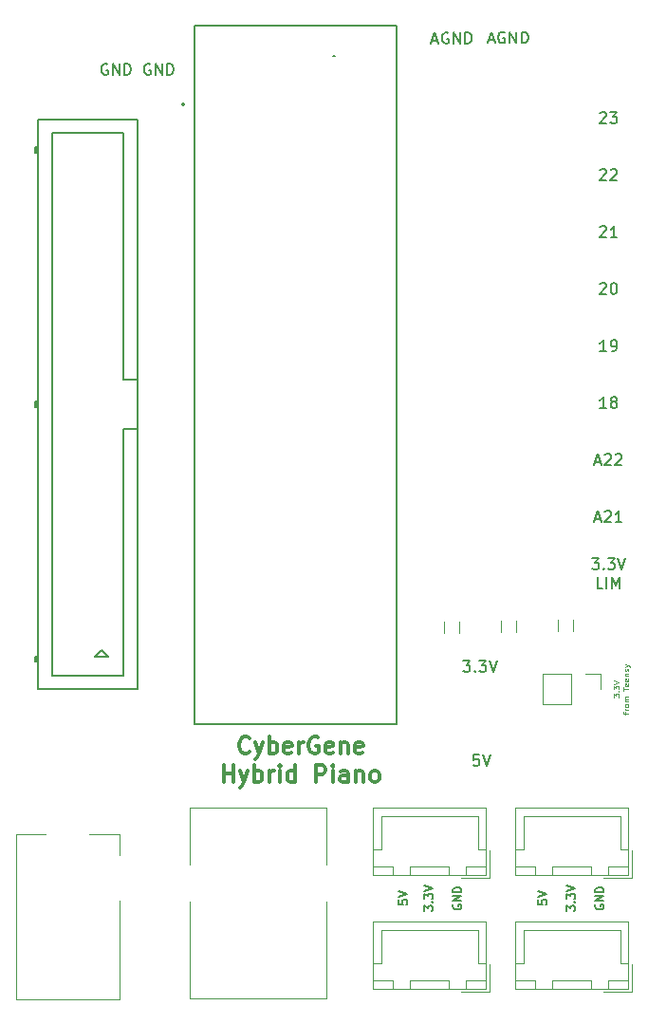
<source format=gbr>
G04 #@! TF.GenerationSoftware,KiCad,Pcbnew,(5.0.2-4-g3082e92af)*
G04 #@! TF.CreationDate,2019-02-05T21:12:24+02:00*
G04 #@! TF.ProjectId,My Piano Controller 6 (Full SMD),4d792050-6961-46e6-9f20-436f6e74726f,rev?*
G04 #@! TF.SameCoordinates,Original*
G04 #@! TF.FileFunction,Legend,Top*
G04 #@! TF.FilePolarity,Positive*
%FSLAX46Y46*%
G04 Gerber Fmt 4.6, Leading zero omitted, Abs format (unit mm)*
G04 Created by KiCad (PCBNEW (5.0.2-4-g3082e92af)) date 2019 February 05, Tuesday 21:12:24*
%MOMM*%
%LPD*%
G01*
G04 APERTURE LIST*
%ADD10C,0.300000*%
%ADD11C,0.200000*%
%ADD12C,0.150000*%
%ADD13C,0.100000*%
%ADD14C,0.127000*%
%ADD15C,0.152400*%
%ADD16C,0.120000*%
G04 APERTURE END LIST*
D10*
X130012857Y-98955714D02*
X129941428Y-99027142D01*
X129727142Y-99098571D01*
X129584285Y-99098571D01*
X129370000Y-99027142D01*
X129227142Y-98884285D01*
X129155714Y-98741428D01*
X129084285Y-98455714D01*
X129084285Y-98241428D01*
X129155714Y-97955714D01*
X129227142Y-97812857D01*
X129370000Y-97670000D01*
X129584285Y-97598571D01*
X129727142Y-97598571D01*
X129941428Y-97670000D01*
X130012857Y-97741428D01*
X130512857Y-98098571D02*
X130870000Y-99098571D01*
X131227142Y-98098571D02*
X130870000Y-99098571D01*
X130727142Y-99455714D01*
X130655714Y-99527142D01*
X130512857Y-99598571D01*
X131798571Y-99098571D02*
X131798571Y-97598571D01*
X131798571Y-98170000D02*
X131941428Y-98098571D01*
X132227142Y-98098571D01*
X132370000Y-98170000D01*
X132441428Y-98241428D01*
X132512857Y-98384285D01*
X132512857Y-98812857D01*
X132441428Y-98955714D01*
X132370000Y-99027142D01*
X132227142Y-99098571D01*
X131941428Y-99098571D01*
X131798571Y-99027142D01*
X133727142Y-99027142D02*
X133584285Y-99098571D01*
X133298571Y-99098571D01*
X133155714Y-99027142D01*
X133084285Y-98884285D01*
X133084285Y-98312857D01*
X133155714Y-98170000D01*
X133298571Y-98098571D01*
X133584285Y-98098571D01*
X133727142Y-98170000D01*
X133798571Y-98312857D01*
X133798571Y-98455714D01*
X133084285Y-98598571D01*
X134441428Y-99098571D02*
X134441428Y-98098571D01*
X134441428Y-98384285D02*
X134512857Y-98241428D01*
X134584285Y-98170000D01*
X134727142Y-98098571D01*
X134870000Y-98098571D01*
X136155714Y-97670000D02*
X136012857Y-97598571D01*
X135798571Y-97598571D01*
X135584285Y-97670000D01*
X135441428Y-97812857D01*
X135370000Y-97955714D01*
X135298571Y-98241428D01*
X135298571Y-98455714D01*
X135370000Y-98741428D01*
X135441428Y-98884285D01*
X135584285Y-99027142D01*
X135798571Y-99098571D01*
X135941428Y-99098571D01*
X136155714Y-99027142D01*
X136227142Y-98955714D01*
X136227142Y-98455714D01*
X135941428Y-98455714D01*
X137441428Y-99027142D02*
X137298571Y-99098571D01*
X137012857Y-99098571D01*
X136870000Y-99027142D01*
X136798571Y-98884285D01*
X136798571Y-98312857D01*
X136870000Y-98170000D01*
X137012857Y-98098571D01*
X137298571Y-98098571D01*
X137441428Y-98170000D01*
X137512857Y-98312857D01*
X137512857Y-98455714D01*
X136798571Y-98598571D01*
X138155714Y-98098571D02*
X138155714Y-99098571D01*
X138155714Y-98241428D02*
X138227142Y-98170000D01*
X138370000Y-98098571D01*
X138584285Y-98098571D01*
X138727142Y-98170000D01*
X138798571Y-98312857D01*
X138798571Y-99098571D01*
X140084285Y-99027142D02*
X139941428Y-99098571D01*
X139655714Y-99098571D01*
X139512857Y-99027142D01*
X139441428Y-98884285D01*
X139441428Y-98312857D01*
X139512857Y-98170000D01*
X139655714Y-98098571D01*
X139941428Y-98098571D01*
X140084285Y-98170000D01*
X140155714Y-98312857D01*
X140155714Y-98455714D01*
X139441428Y-98598571D01*
X127727142Y-101648571D02*
X127727142Y-100148571D01*
X127727142Y-100862857D02*
X128584285Y-100862857D01*
X128584285Y-101648571D02*
X128584285Y-100148571D01*
X129155714Y-100648571D02*
X129512857Y-101648571D01*
X129870000Y-100648571D02*
X129512857Y-101648571D01*
X129370000Y-102005714D01*
X129298571Y-102077142D01*
X129155714Y-102148571D01*
X130441428Y-101648571D02*
X130441428Y-100148571D01*
X130441428Y-100720000D02*
X130584285Y-100648571D01*
X130870000Y-100648571D01*
X131012857Y-100720000D01*
X131084285Y-100791428D01*
X131155714Y-100934285D01*
X131155714Y-101362857D01*
X131084285Y-101505714D01*
X131012857Y-101577142D01*
X130870000Y-101648571D01*
X130584285Y-101648571D01*
X130441428Y-101577142D01*
X131798571Y-101648571D02*
X131798571Y-100648571D01*
X131798571Y-100934285D02*
X131870000Y-100791428D01*
X131941428Y-100720000D01*
X132084285Y-100648571D01*
X132227142Y-100648571D01*
X132727142Y-101648571D02*
X132727142Y-100648571D01*
X132727142Y-100148571D02*
X132655714Y-100220000D01*
X132727142Y-100291428D01*
X132798571Y-100220000D01*
X132727142Y-100148571D01*
X132727142Y-100291428D01*
X134084285Y-101648571D02*
X134084285Y-100148571D01*
X134084285Y-101577142D02*
X133941428Y-101648571D01*
X133655714Y-101648571D01*
X133512857Y-101577142D01*
X133441428Y-101505714D01*
X133370000Y-101362857D01*
X133370000Y-100934285D01*
X133441428Y-100791428D01*
X133512857Y-100720000D01*
X133655714Y-100648571D01*
X133941428Y-100648571D01*
X134084285Y-100720000D01*
X135941428Y-101648571D02*
X135941428Y-100148571D01*
X136512857Y-100148571D01*
X136655714Y-100220000D01*
X136727142Y-100291428D01*
X136798571Y-100434285D01*
X136798571Y-100648571D01*
X136727142Y-100791428D01*
X136655714Y-100862857D01*
X136512857Y-100934285D01*
X135941428Y-100934285D01*
X137441428Y-101648571D02*
X137441428Y-100648571D01*
X137441428Y-100148571D02*
X137370000Y-100220000D01*
X137441428Y-100291428D01*
X137512857Y-100220000D01*
X137441428Y-100148571D01*
X137441428Y-100291428D01*
X138798571Y-101648571D02*
X138798571Y-100862857D01*
X138727142Y-100720000D01*
X138584285Y-100648571D01*
X138298571Y-100648571D01*
X138155714Y-100720000D01*
X138798571Y-101577142D02*
X138655714Y-101648571D01*
X138298571Y-101648571D01*
X138155714Y-101577142D01*
X138084285Y-101434285D01*
X138084285Y-101291428D01*
X138155714Y-101148571D01*
X138298571Y-101077142D01*
X138655714Y-101077142D01*
X138798571Y-101005714D01*
X139512857Y-100648571D02*
X139512857Y-101648571D01*
X139512857Y-100791428D02*
X139584285Y-100720000D01*
X139727142Y-100648571D01*
X139941428Y-100648571D01*
X140084285Y-100720000D01*
X140155714Y-100862857D01*
X140155714Y-101648571D01*
X141084285Y-101648571D02*
X140941428Y-101577142D01*
X140870000Y-101505714D01*
X140798571Y-101362857D01*
X140798571Y-100934285D01*
X140870000Y-100791428D01*
X140941428Y-100720000D01*
X141084285Y-100648571D01*
X141298571Y-100648571D01*
X141441428Y-100720000D01*
X141512857Y-100791428D01*
X141584285Y-100934285D01*
X141584285Y-101362857D01*
X141512857Y-101505714D01*
X141441428Y-101577142D01*
X141298571Y-101648571D01*
X141084285Y-101648571D01*
D11*
X151349295Y-35421866D02*
X151825485Y-35421866D01*
X151254057Y-35707580D02*
X151587390Y-34707580D01*
X151920723Y-35707580D01*
X152777866Y-34755200D02*
X152682628Y-34707580D01*
X152539771Y-34707580D01*
X152396914Y-34755200D01*
X152301676Y-34850438D01*
X152254057Y-34945676D01*
X152206438Y-35136152D01*
X152206438Y-35279009D01*
X152254057Y-35469485D01*
X152301676Y-35564723D01*
X152396914Y-35659961D01*
X152539771Y-35707580D01*
X152635009Y-35707580D01*
X152777866Y-35659961D01*
X152825485Y-35612342D01*
X152825485Y-35279009D01*
X152635009Y-35279009D01*
X153254057Y-35707580D02*
X153254057Y-34707580D01*
X153825485Y-35707580D01*
X153825485Y-34707580D01*
X154301676Y-35707580D02*
X154301676Y-34707580D01*
X154539771Y-34707580D01*
X154682628Y-34755200D01*
X154777866Y-34850438D01*
X154825485Y-34945676D01*
X154873104Y-35136152D01*
X154873104Y-35279009D01*
X154825485Y-35469485D01*
X154777866Y-35564723D01*
X154682628Y-35659961D01*
X154539771Y-35707580D01*
X154301676Y-35707580D01*
X121158095Y-37600000D02*
X121062857Y-37552380D01*
X120920000Y-37552380D01*
X120777142Y-37600000D01*
X120681904Y-37695238D01*
X120634285Y-37790476D01*
X120586666Y-37980952D01*
X120586666Y-38123809D01*
X120634285Y-38314285D01*
X120681904Y-38409523D01*
X120777142Y-38504761D01*
X120920000Y-38552380D01*
X121015238Y-38552380D01*
X121158095Y-38504761D01*
X121205714Y-38457142D01*
X121205714Y-38123809D01*
X121015238Y-38123809D01*
X121634285Y-38552380D02*
X121634285Y-37552380D01*
X122205714Y-38552380D01*
X122205714Y-37552380D01*
X122681904Y-38552380D02*
X122681904Y-37552380D01*
X122920000Y-37552380D01*
X123062857Y-37600000D01*
X123158095Y-37695238D01*
X123205714Y-37790476D01*
X123253333Y-37980952D01*
X123253333Y-38123809D01*
X123205714Y-38314285D01*
X123158095Y-38409523D01*
X123062857Y-38504761D01*
X122920000Y-38552380D01*
X122681904Y-38552380D01*
D12*
X160915000Y-112585428D02*
X160879285Y-112656857D01*
X160879285Y-112764000D01*
X160915000Y-112871142D01*
X160986428Y-112942571D01*
X161057857Y-112978285D01*
X161200714Y-113014000D01*
X161307857Y-113014000D01*
X161450714Y-112978285D01*
X161522142Y-112942571D01*
X161593571Y-112871142D01*
X161629285Y-112764000D01*
X161629285Y-112692571D01*
X161593571Y-112585428D01*
X161557857Y-112549714D01*
X161307857Y-112549714D01*
X161307857Y-112692571D01*
X161629285Y-112228285D02*
X160879285Y-112228285D01*
X161629285Y-111799714D01*
X160879285Y-111799714D01*
X161629285Y-111442571D02*
X160879285Y-111442571D01*
X160879285Y-111264000D01*
X160915000Y-111156857D01*
X160986428Y-111085428D01*
X161057857Y-111049714D01*
X161200714Y-111014000D01*
X161307857Y-111014000D01*
X161450714Y-111049714D01*
X161522142Y-111085428D01*
X161593571Y-111156857D01*
X161629285Y-111264000D01*
X161629285Y-111442571D01*
X148215000Y-112585428D02*
X148179285Y-112656857D01*
X148179285Y-112764000D01*
X148215000Y-112871142D01*
X148286428Y-112942571D01*
X148357857Y-112978285D01*
X148500714Y-113014000D01*
X148607857Y-113014000D01*
X148750714Y-112978285D01*
X148822142Y-112942571D01*
X148893571Y-112871142D01*
X148929285Y-112764000D01*
X148929285Y-112692571D01*
X148893571Y-112585428D01*
X148857857Y-112549714D01*
X148607857Y-112549714D01*
X148607857Y-112692571D01*
X148929285Y-112228285D02*
X148179285Y-112228285D01*
X148929285Y-111799714D01*
X148179285Y-111799714D01*
X148929285Y-111442571D02*
X148179285Y-111442571D01*
X148179285Y-111264000D01*
X148215000Y-111156857D01*
X148286428Y-111085428D01*
X148357857Y-111049714D01*
X148500714Y-111014000D01*
X148607857Y-111014000D01*
X148750714Y-111049714D01*
X148822142Y-111085428D01*
X148893571Y-111156857D01*
X148929285Y-111264000D01*
X148929285Y-111442571D01*
X155799285Y-112156857D02*
X155799285Y-112514000D01*
X156156428Y-112549714D01*
X156120714Y-112514000D01*
X156085000Y-112442571D01*
X156085000Y-112264000D01*
X156120714Y-112192571D01*
X156156428Y-112156857D01*
X156227857Y-112121142D01*
X156406428Y-112121142D01*
X156477857Y-112156857D01*
X156513571Y-112192571D01*
X156549285Y-112264000D01*
X156549285Y-112442571D01*
X156513571Y-112514000D01*
X156477857Y-112549714D01*
X155799285Y-111906857D02*
X156549285Y-111656857D01*
X155799285Y-111406857D01*
X143353285Y-112156857D02*
X143353285Y-112514000D01*
X143710428Y-112549714D01*
X143674714Y-112514000D01*
X143639000Y-112442571D01*
X143639000Y-112264000D01*
X143674714Y-112192571D01*
X143710428Y-112156857D01*
X143781857Y-112121142D01*
X143960428Y-112121142D01*
X144031857Y-112156857D01*
X144067571Y-112192571D01*
X144103285Y-112264000D01*
X144103285Y-112442571D01*
X144067571Y-112514000D01*
X144031857Y-112549714D01*
X143353285Y-111906857D02*
X144103285Y-111656857D01*
X143353285Y-111406857D01*
X158339285Y-113121142D02*
X158339285Y-112656857D01*
X158625000Y-112906857D01*
X158625000Y-112799714D01*
X158660714Y-112728285D01*
X158696428Y-112692571D01*
X158767857Y-112656857D01*
X158946428Y-112656857D01*
X159017857Y-112692571D01*
X159053571Y-112728285D01*
X159089285Y-112799714D01*
X159089285Y-113014000D01*
X159053571Y-113085428D01*
X159017857Y-113121142D01*
X159017857Y-112335428D02*
X159053571Y-112299714D01*
X159089285Y-112335428D01*
X159053571Y-112371142D01*
X159017857Y-112335428D01*
X159089285Y-112335428D01*
X158339285Y-112049714D02*
X158339285Y-111585428D01*
X158625000Y-111835428D01*
X158625000Y-111728285D01*
X158660714Y-111656857D01*
X158696428Y-111621142D01*
X158767857Y-111585428D01*
X158946428Y-111585428D01*
X159017857Y-111621142D01*
X159053571Y-111656857D01*
X159089285Y-111728285D01*
X159089285Y-111942571D01*
X159053571Y-112014000D01*
X159017857Y-112049714D01*
X158339285Y-111371142D02*
X159089285Y-111121142D01*
X158339285Y-110871142D01*
X145639285Y-113121142D02*
X145639285Y-112656857D01*
X145925000Y-112906857D01*
X145925000Y-112799714D01*
X145960714Y-112728285D01*
X145996428Y-112692571D01*
X146067857Y-112656857D01*
X146246428Y-112656857D01*
X146317857Y-112692571D01*
X146353571Y-112728285D01*
X146389285Y-112799714D01*
X146389285Y-113014000D01*
X146353571Y-113085428D01*
X146317857Y-113121142D01*
X146317857Y-112335428D02*
X146353571Y-112299714D01*
X146389285Y-112335428D01*
X146353571Y-112371142D01*
X146317857Y-112335428D01*
X146389285Y-112335428D01*
X145639285Y-112049714D02*
X145639285Y-111585428D01*
X145925000Y-111835428D01*
X145925000Y-111728285D01*
X145960714Y-111656857D01*
X145996428Y-111621142D01*
X146067857Y-111585428D01*
X146246428Y-111585428D01*
X146317857Y-111621142D01*
X146353571Y-111656857D01*
X146389285Y-111728285D01*
X146389285Y-111942571D01*
X146353571Y-112014000D01*
X146317857Y-112049714D01*
X145639285Y-111371142D02*
X146389285Y-111121142D01*
X145639285Y-110871142D01*
D11*
X161290095Y-41965619D02*
X161337714Y-41918000D01*
X161432952Y-41870380D01*
X161671047Y-41870380D01*
X161766285Y-41918000D01*
X161813904Y-41965619D01*
X161861523Y-42060857D01*
X161861523Y-42156095D01*
X161813904Y-42298952D01*
X161242476Y-42870380D01*
X161861523Y-42870380D01*
X162194857Y-41870380D02*
X162813904Y-41870380D01*
X162480571Y-42251333D01*
X162623428Y-42251333D01*
X162718666Y-42298952D01*
X162766285Y-42346571D01*
X162813904Y-42441809D01*
X162813904Y-42679904D01*
X162766285Y-42775142D01*
X162718666Y-42822761D01*
X162623428Y-42870380D01*
X162337714Y-42870380D01*
X162242476Y-42822761D01*
X162194857Y-42775142D01*
X161290095Y-47045619D02*
X161337714Y-46998000D01*
X161432952Y-46950380D01*
X161671047Y-46950380D01*
X161766285Y-46998000D01*
X161813904Y-47045619D01*
X161861523Y-47140857D01*
X161861523Y-47236095D01*
X161813904Y-47378952D01*
X161242476Y-47950380D01*
X161861523Y-47950380D01*
X162242476Y-47045619D02*
X162290095Y-46998000D01*
X162385333Y-46950380D01*
X162623428Y-46950380D01*
X162718666Y-46998000D01*
X162766285Y-47045619D01*
X162813904Y-47140857D01*
X162813904Y-47236095D01*
X162766285Y-47378952D01*
X162194857Y-47950380D01*
X162813904Y-47950380D01*
X161290095Y-52125619D02*
X161337714Y-52078000D01*
X161432952Y-52030380D01*
X161671047Y-52030380D01*
X161766285Y-52078000D01*
X161813904Y-52125619D01*
X161861523Y-52220857D01*
X161861523Y-52316095D01*
X161813904Y-52458952D01*
X161242476Y-53030380D01*
X161861523Y-53030380D01*
X162813904Y-53030380D02*
X162242476Y-53030380D01*
X162528190Y-53030380D02*
X162528190Y-52030380D01*
X162432952Y-52173238D01*
X162337714Y-52268476D01*
X162242476Y-52316095D01*
X161290095Y-57205619D02*
X161337714Y-57158000D01*
X161432952Y-57110380D01*
X161671047Y-57110380D01*
X161766285Y-57158000D01*
X161813904Y-57205619D01*
X161861523Y-57300857D01*
X161861523Y-57396095D01*
X161813904Y-57538952D01*
X161242476Y-58110380D01*
X161861523Y-58110380D01*
X162480571Y-57110380D02*
X162575809Y-57110380D01*
X162671047Y-57158000D01*
X162718666Y-57205619D01*
X162766285Y-57300857D01*
X162813904Y-57491333D01*
X162813904Y-57729428D01*
X162766285Y-57919904D01*
X162718666Y-58015142D01*
X162671047Y-58062761D01*
X162575809Y-58110380D01*
X162480571Y-58110380D01*
X162385333Y-58062761D01*
X162337714Y-58015142D01*
X162290095Y-57919904D01*
X162242476Y-57729428D01*
X162242476Y-57491333D01*
X162290095Y-57300857D01*
X162337714Y-57205619D01*
X162385333Y-57158000D01*
X162480571Y-57110380D01*
X161861523Y-63190380D02*
X161290095Y-63190380D01*
X161575809Y-63190380D02*
X161575809Y-62190380D01*
X161480571Y-62333238D01*
X161385333Y-62428476D01*
X161290095Y-62476095D01*
X162337714Y-63190380D02*
X162528190Y-63190380D01*
X162623428Y-63142761D01*
X162671047Y-63095142D01*
X162766285Y-62952285D01*
X162813904Y-62761809D01*
X162813904Y-62380857D01*
X162766285Y-62285619D01*
X162718666Y-62238000D01*
X162623428Y-62190380D01*
X162432952Y-62190380D01*
X162337714Y-62238000D01*
X162290095Y-62285619D01*
X162242476Y-62380857D01*
X162242476Y-62618952D01*
X162290095Y-62714190D01*
X162337714Y-62761809D01*
X162432952Y-62809428D01*
X162623428Y-62809428D01*
X162718666Y-62761809D01*
X162766285Y-62714190D01*
X162813904Y-62618952D01*
X161861523Y-68270380D02*
X161290095Y-68270380D01*
X161575809Y-68270380D02*
X161575809Y-67270380D01*
X161480571Y-67413238D01*
X161385333Y-67508476D01*
X161290095Y-67556095D01*
X162432952Y-67698952D02*
X162337714Y-67651333D01*
X162290095Y-67603714D01*
X162242476Y-67508476D01*
X162242476Y-67460857D01*
X162290095Y-67365619D01*
X162337714Y-67318000D01*
X162432952Y-67270380D01*
X162623428Y-67270380D01*
X162718666Y-67318000D01*
X162766285Y-67365619D01*
X162813904Y-67460857D01*
X162813904Y-67508476D01*
X162766285Y-67603714D01*
X162718666Y-67651333D01*
X162623428Y-67698952D01*
X162432952Y-67698952D01*
X162337714Y-67746571D01*
X162290095Y-67794190D01*
X162242476Y-67889428D01*
X162242476Y-68079904D01*
X162290095Y-68175142D01*
X162337714Y-68222761D01*
X162432952Y-68270380D01*
X162623428Y-68270380D01*
X162718666Y-68222761D01*
X162766285Y-68175142D01*
X162813904Y-68079904D01*
X162813904Y-67889428D01*
X162766285Y-67794190D01*
X162718666Y-67746571D01*
X162623428Y-67698952D01*
X160861523Y-73064666D02*
X161337714Y-73064666D01*
X160766285Y-73350380D02*
X161099619Y-72350380D01*
X161432952Y-73350380D01*
X161718666Y-72445619D02*
X161766285Y-72398000D01*
X161861523Y-72350380D01*
X162099619Y-72350380D01*
X162194857Y-72398000D01*
X162242476Y-72445619D01*
X162290095Y-72540857D01*
X162290095Y-72636095D01*
X162242476Y-72778952D01*
X161671047Y-73350380D01*
X162290095Y-73350380D01*
X162671047Y-72445619D02*
X162718666Y-72398000D01*
X162813904Y-72350380D01*
X163052000Y-72350380D01*
X163147238Y-72398000D01*
X163194857Y-72445619D01*
X163242476Y-72540857D01*
X163242476Y-72636095D01*
X163194857Y-72778952D01*
X162623428Y-73350380D01*
X163242476Y-73350380D01*
X160861523Y-78144666D02*
X161337714Y-78144666D01*
X160766285Y-78430380D02*
X161099619Y-77430380D01*
X161432952Y-78430380D01*
X161718666Y-77525619D02*
X161766285Y-77478000D01*
X161861523Y-77430380D01*
X162099619Y-77430380D01*
X162194857Y-77478000D01*
X162242476Y-77525619D01*
X162290095Y-77620857D01*
X162290095Y-77716095D01*
X162242476Y-77858952D01*
X161671047Y-78430380D01*
X162290095Y-78430380D01*
X163242476Y-78430380D02*
X162671047Y-78430380D01*
X162956761Y-78430380D02*
X162956761Y-77430380D01*
X162861523Y-77573238D01*
X162766285Y-77668476D01*
X162671047Y-77716095D01*
D13*
X162496190Y-94083095D02*
X162496190Y-93773571D01*
X162686666Y-93940238D01*
X162686666Y-93868809D01*
X162710476Y-93821190D01*
X162734285Y-93797380D01*
X162781904Y-93773571D01*
X162900952Y-93773571D01*
X162948571Y-93797380D01*
X162972380Y-93821190D01*
X162996190Y-93868809D01*
X162996190Y-94011666D01*
X162972380Y-94059285D01*
X162948571Y-94083095D01*
X162948571Y-93559285D02*
X162972380Y-93535476D01*
X162996190Y-93559285D01*
X162972380Y-93583095D01*
X162948571Y-93559285D01*
X162996190Y-93559285D01*
X162496190Y-93368809D02*
X162496190Y-93059285D01*
X162686666Y-93225952D01*
X162686666Y-93154523D01*
X162710476Y-93106904D01*
X162734285Y-93083095D01*
X162781904Y-93059285D01*
X162900952Y-93059285D01*
X162948571Y-93083095D01*
X162972380Y-93106904D01*
X162996190Y-93154523D01*
X162996190Y-93297380D01*
X162972380Y-93345000D01*
X162948571Y-93368809D01*
X162496190Y-92916428D02*
X162996190Y-92749761D01*
X162496190Y-92583095D01*
X163512857Y-95583095D02*
X163512857Y-95392619D01*
X163846190Y-95511666D02*
X163417619Y-95511666D01*
X163370000Y-95487857D01*
X163346190Y-95440238D01*
X163346190Y-95392619D01*
X163846190Y-95225952D02*
X163512857Y-95225952D01*
X163608095Y-95225952D02*
X163560476Y-95202142D01*
X163536666Y-95178333D01*
X163512857Y-95130714D01*
X163512857Y-95083095D01*
X163846190Y-94845000D02*
X163822380Y-94892619D01*
X163798571Y-94916428D01*
X163750952Y-94940238D01*
X163608095Y-94940238D01*
X163560476Y-94916428D01*
X163536666Y-94892619D01*
X163512857Y-94845000D01*
X163512857Y-94773571D01*
X163536666Y-94725952D01*
X163560476Y-94702142D01*
X163608095Y-94678333D01*
X163750952Y-94678333D01*
X163798571Y-94702142D01*
X163822380Y-94725952D01*
X163846190Y-94773571D01*
X163846190Y-94845000D01*
X163846190Y-94464047D02*
X163512857Y-94464047D01*
X163560476Y-94464047D02*
X163536666Y-94440238D01*
X163512857Y-94392619D01*
X163512857Y-94321190D01*
X163536666Y-94273571D01*
X163584285Y-94249761D01*
X163846190Y-94249761D01*
X163584285Y-94249761D02*
X163536666Y-94225952D01*
X163512857Y-94178333D01*
X163512857Y-94106904D01*
X163536666Y-94059285D01*
X163584285Y-94035476D01*
X163846190Y-94035476D01*
X163346190Y-93487857D02*
X163346190Y-93202142D01*
X163846190Y-93345000D02*
X163346190Y-93345000D01*
X163822380Y-92845000D02*
X163846190Y-92892619D01*
X163846190Y-92987857D01*
X163822380Y-93035476D01*
X163774761Y-93059285D01*
X163584285Y-93059285D01*
X163536666Y-93035476D01*
X163512857Y-92987857D01*
X163512857Y-92892619D01*
X163536666Y-92845000D01*
X163584285Y-92821190D01*
X163631904Y-92821190D01*
X163679523Y-93059285D01*
X163822380Y-92416428D02*
X163846190Y-92464047D01*
X163846190Y-92559285D01*
X163822380Y-92606904D01*
X163774761Y-92630714D01*
X163584285Y-92630714D01*
X163536666Y-92606904D01*
X163512857Y-92559285D01*
X163512857Y-92464047D01*
X163536666Y-92416428D01*
X163584285Y-92392619D01*
X163631904Y-92392619D01*
X163679523Y-92630714D01*
X163512857Y-92178333D02*
X163846190Y-92178333D01*
X163560476Y-92178333D02*
X163536666Y-92154523D01*
X163512857Y-92106904D01*
X163512857Y-92035476D01*
X163536666Y-91987857D01*
X163584285Y-91964047D01*
X163846190Y-91964047D01*
X163822380Y-91749761D02*
X163846190Y-91702142D01*
X163846190Y-91606904D01*
X163822380Y-91559285D01*
X163774761Y-91535476D01*
X163750952Y-91535476D01*
X163703333Y-91559285D01*
X163679523Y-91606904D01*
X163679523Y-91678333D01*
X163655714Y-91725952D01*
X163608095Y-91749761D01*
X163584285Y-91749761D01*
X163536666Y-91725952D01*
X163512857Y-91678333D01*
X163512857Y-91606904D01*
X163536666Y-91559285D01*
X163512857Y-91368809D02*
X163846190Y-91249761D01*
X163512857Y-91130714D02*
X163846190Y-91249761D01*
X163965238Y-91297380D01*
X163989047Y-91321190D01*
X164012857Y-91368809D01*
D11*
X146320095Y-35472666D02*
X146796285Y-35472666D01*
X146224857Y-35758380D02*
X146558190Y-34758380D01*
X146891523Y-35758380D01*
X147748666Y-34806000D02*
X147653428Y-34758380D01*
X147510571Y-34758380D01*
X147367714Y-34806000D01*
X147272476Y-34901238D01*
X147224857Y-34996476D01*
X147177238Y-35186952D01*
X147177238Y-35329809D01*
X147224857Y-35520285D01*
X147272476Y-35615523D01*
X147367714Y-35710761D01*
X147510571Y-35758380D01*
X147605809Y-35758380D01*
X147748666Y-35710761D01*
X147796285Y-35663142D01*
X147796285Y-35329809D01*
X147605809Y-35329809D01*
X148224857Y-35758380D02*
X148224857Y-34758380D01*
X148796285Y-35758380D01*
X148796285Y-34758380D01*
X149272476Y-35758380D02*
X149272476Y-34758380D01*
X149510571Y-34758380D01*
X149653428Y-34806000D01*
X149748666Y-34901238D01*
X149796285Y-34996476D01*
X149843904Y-35186952D01*
X149843904Y-35329809D01*
X149796285Y-35520285D01*
X149748666Y-35615523D01*
X149653428Y-35710761D01*
X149510571Y-35758380D01*
X149272476Y-35758380D01*
X117348095Y-37600000D02*
X117252857Y-37552380D01*
X117110000Y-37552380D01*
X116967142Y-37600000D01*
X116871904Y-37695238D01*
X116824285Y-37790476D01*
X116776666Y-37980952D01*
X116776666Y-38123809D01*
X116824285Y-38314285D01*
X116871904Y-38409523D01*
X116967142Y-38504761D01*
X117110000Y-38552380D01*
X117205238Y-38552380D01*
X117348095Y-38504761D01*
X117395714Y-38457142D01*
X117395714Y-38123809D01*
X117205238Y-38123809D01*
X117824285Y-38552380D02*
X117824285Y-37552380D01*
X118395714Y-38552380D01*
X118395714Y-37552380D01*
X118871904Y-38552380D02*
X118871904Y-37552380D01*
X119110000Y-37552380D01*
X119252857Y-37600000D01*
X119348095Y-37695238D01*
X119395714Y-37790476D01*
X119443333Y-37980952D01*
X119443333Y-38123809D01*
X119395714Y-38314285D01*
X119348095Y-38409523D01*
X119252857Y-38504761D01*
X119110000Y-38552380D01*
X118871904Y-38552380D01*
X160575809Y-81660380D02*
X161194857Y-81660380D01*
X160861523Y-82041333D01*
X161004380Y-82041333D01*
X161099619Y-82088952D01*
X161147238Y-82136571D01*
X161194857Y-82231809D01*
X161194857Y-82469904D01*
X161147238Y-82565142D01*
X161099619Y-82612761D01*
X161004380Y-82660380D01*
X160718666Y-82660380D01*
X160623428Y-82612761D01*
X160575809Y-82565142D01*
X161623428Y-82565142D02*
X161671047Y-82612761D01*
X161623428Y-82660380D01*
X161575809Y-82612761D01*
X161623428Y-82565142D01*
X161623428Y-82660380D01*
X162004380Y-81660380D02*
X162623428Y-81660380D01*
X162290095Y-82041333D01*
X162432952Y-82041333D01*
X162528190Y-82088952D01*
X162575809Y-82136571D01*
X162623428Y-82231809D01*
X162623428Y-82469904D01*
X162575809Y-82565142D01*
X162528190Y-82612761D01*
X162432952Y-82660380D01*
X162147238Y-82660380D01*
X162052000Y-82612761D01*
X162004380Y-82565142D01*
X162909142Y-81660380D02*
X163242476Y-82660380D01*
X163575809Y-81660380D01*
X161552000Y-84360380D02*
X161075809Y-84360380D01*
X161075809Y-83360380D01*
X161885333Y-84360380D02*
X161885333Y-83360380D01*
X162361523Y-84360380D02*
X162361523Y-83360380D01*
X162694857Y-84074666D01*
X163028190Y-83360380D01*
X163028190Y-84360380D01*
X149084849Y-90811100D02*
X149703897Y-90811100D01*
X149370563Y-91192053D01*
X149513420Y-91192053D01*
X149608659Y-91239672D01*
X149656278Y-91287291D01*
X149703897Y-91382529D01*
X149703897Y-91620624D01*
X149656278Y-91715862D01*
X149608659Y-91763481D01*
X149513420Y-91811100D01*
X149227706Y-91811100D01*
X149132468Y-91763481D01*
X149084849Y-91715862D01*
X150132468Y-91715862D02*
X150180087Y-91763481D01*
X150132468Y-91811100D01*
X150084849Y-91763481D01*
X150132468Y-91715862D01*
X150132468Y-91811100D01*
X150513420Y-90811100D02*
X151132468Y-90811100D01*
X150799135Y-91192053D01*
X150941992Y-91192053D01*
X151037230Y-91239672D01*
X151084849Y-91287291D01*
X151132468Y-91382529D01*
X151132468Y-91620624D01*
X151084849Y-91715862D01*
X151037230Y-91763481D01*
X150941992Y-91811100D01*
X150656278Y-91811100D01*
X150561040Y-91763481D01*
X150513420Y-91715862D01*
X151418182Y-90811100D02*
X151751516Y-91811100D01*
X152084849Y-90811100D01*
X150497563Y-99193100D02*
X150021373Y-99193100D01*
X149973754Y-99669291D01*
X150021373Y-99621672D01*
X150116611Y-99574053D01*
X150354706Y-99574053D01*
X150449944Y-99621672D01*
X150497563Y-99669291D01*
X150545182Y-99764529D01*
X150545182Y-100002624D01*
X150497563Y-100097862D01*
X150449944Y-100145481D01*
X150354706Y-100193100D01*
X150116611Y-100193100D01*
X150021373Y-100145481D01*
X149973754Y-100097862D01*
X150830897Y-99193100D02*
X151164230Y-100193100D01*
X151497563Y-99193100D01*
D12*
G04 #@! TO.C,COMM1*
X116840000Y-89865000D02*
X117440000Y-90465000D01*
X116240000Y-90465000D02*
X116840000Y-89865000D01*
X117440000Y-90465000D02*
X116240000Y-90465000D01*
X111000000Y-90915000D02*
X111000000Y-90415000D01*
X110900000Y-90415000D02*
X111100000Y-90415000D01*
X110900000Y-90915000D02*
X110900000Y-90415000D01*
X111100000Y-90915000D02*
X110900000Y-90915000D01*
X111000000Y-45475000D02*
X111000000Y-44975000D01*
X110900000Y-44975000D02*
X111100000Y-44975000D01*
X110900000Y-45475000D02*
X110900000Y-44975000D01*
X111100000Y-45475000D02*
X110900000Y-45475000D01*
X111000000Y-68195000D02*
X111000000Y-67695000D01*
X110900000Y-67695000D02*
X111100000Y-67695000D01*
X110900000Y-68195000D02*
X110900000Y-67695000D01*
X111100000Y-68195000D02*
X110900000Y-68195000D01*
X118740000Y-65720000D02*
X120040000Y-65720000D01*
X118740000Y-43755000D02*
X118740000Y-65720000D01*
X112400000Y-43755000D02*
X118740000Y-43755000D01*
X112400000Y-92135000D02*
X112400000Y-43755000D01*
X118740000Y-92135000D02*
X112400000Y-92135000D01*
X118740000Y-70170000D02*
X118740000Y-92135000D01*
X120040000Y-70170000D02*
X118740000Y-70170000D01*
X120040000Y-42555000D02*
X120040000Y-93335000D01*
X111100000Y-42555000D02*
X120040000Y-42555000D01*
X111100000Y-93335000D02*
X111100000Y-42555000D01*
X120040000Y-93335000D02*
X111100000Y-93335000D01*
D14*
G04 #@! TO.C,CTL1*
X125112000Y-34128000D02*
X125112000Y-96428000D01*
X125112000Y-96428000D02*
X143112000Y-96428000D01*
X143112000Y-96428000D02*
X143112000Y-34128000D01*
X143112000Y-34128000D02*
X125112000Y-34128000D01*
D15*
X124253420Y-41178000D02*
G75*
G03X124253420Y-41178000I-141420J0D01*
G01*
X137512000Y-36878000D02*
X137612000Y-36878000D01*
D16*
G04 #@! TO.C,J11*
X109192000Y-106288000D02*
X111792000Y-106288000D01*
X109192000Y-120988000D02*
X109192000Y-106288000D01*
X118392000Y-106288000D02*
X118392000Y-108188000D01*
X115692000Y-106288000D02*
X118392000Y-106288000D01*
X118392000Y-120988000D02*
X109192000Y-120988000D01*
X118392000Y-112188000D02*
X118392000Y-120988000D01*
G04 #@! TO.C,R1*
X158922000Y-87130000D02*
X158922000Y-88130000D01*
X157562000Y-88130000D02*
X157562000Y-87130000D01*
G04 #@! TO.C,R2*
X147402000Y-88300000D02*
X147402000Y-87300000D01*
X148762000Y-87300000D02*
X148762000Y-88300000D01*
G04 #@! TO.C,R3*
X152482000Y-88214000D02*
X152482000Y-87214000D01*
X153842000Y-87214000D02*
X153842000Y-88214000D01*
G04 #@! TO.C,USB1*
X124710000Y-103888000D02*
X136910000Y-103888000D01*
X136910000Y-120908000D02*
X124710000Y-120908000D01*
X136910000Y-103888000D02*
X136910000Y-108968000D01*
X136910000Y-112268000D02*
X136910000Y-120908000D01*
X124710000Y-103888000D02*
X124710000Y-108968000D01*
X124710000Y-112268000D02*
X124710000Y-120908000D01*
G04 #@! TO.C,PWR1*
X151440000Y-110192000D02*
X151440000Y-107692000D01*
X148940000Y-110192000D02*
X151440000Y-110192000D01*
X141790000Y-104692000D02*
X146090000Y-104692000D01*
X141790000Y-107642000D02*
X141790000Y-104692000D01*
X141040000Y-107642000D02*
X141790000Y-107642000D01*
X150390000Y-104692000D02*
X146090000Y-104692000D01*
X150390000Y-107642000D02*
X150390000Y-104692000D01*
X151140000Y-107642000D02*
X150390000Y-107642000D01*
X141040000Y-109892000D02*
X142840000Y-109892000D01*
X141040000Y-109142000D02*
X141040000Y-109892000D01*
X142840000Y-109142000D02*
X141040000Y-109142000D01*
X142840000Y-109892000D02*
X142840000Y-109142000D01*
X149340000Y-109892000D02*
X151140000Y-109892000D01*
X149340000Y-109142000D02*
X149340000Y-109892000D01*
X151140000Y-109142000D02*
X149340000Y-109142000D01*
X151140000Y-109892000D02*
X151140000Y-109142000D01*
X144340000Y-109892000D02*
X147840000Y-109892000D01*
X144340000Y-109142000D02*
X144340000Y-109892000D01*
X147840000Y-109142000D02*
X144340000Y-109142000D01*
X147840000Y-109892000D02*
X147840000Y-109142000D01*
X141040000Y-109892000D02*
X151140000Y-109892000D01*
X141040000Y-103942000D02*
X141040000Y-109892000D01*
X151140000Y-103942000D02*
X141040000Y-103942000D01*
X151140000Y-109892000D02*
X151140000Y-103942000D01*
G04 #@! TO.C,PWR2*
X151140000Y-120052000D02*
X151140000Y-114102000D01*
X151140000Y-114102000D02*
X141040000Y-114102000D01*
X141040000Y-114102000D02*
X141040000Y-120052000D01*
X141040000Y-120052000D02*
X151140000Y-120052000D01*
X147840000Y-120052000D02*
X147840000Y-119302000D01*
X147840000Y-119302000D02*
X144340000Y-119302000D01*
X144340000Y-119302000D02*
X144340000Y-120052000D01*
X144340000Y-120052000D02*
X147840000Y-120052000D01*
X151140000Y-120052000D02*
X151140000Y-119302000D01*
X151140000Y-119302000D02*
X149340000Y-119302000D01*
X149340000Y-119302000D02*
X149340000Y-120052000D01*
X149340000Y-120052000D02*
X151140000Y-120052000D01*
X142840000Y-120052000D02*
X142840000Y-119302000D01*
X142840000Y-119302000D02*
X141040000Y-119302000D01*
X141040000Y-119302000D02*
X141040000Y-120052000D01*
X141040000Y-120052000D02*
X142840000Y-120052000D01*
X151140000Y-117802000D02*
X150390000Y-117802000D01*
X150390000Y-117802000D02*
X150390000Y-114852000D01*
X150390000Y-114852000D02*
X146090000Y-114852000D01*
X141040000Y-117802000D02*
X141790000Y-117802000D01*
X141790000Y-117802000D02*
X141790000Y-114852000D01*
X141790000Y-114852000D02*
X146090000Y-114852000D01*
X148940000Y-120352000D02*
X151440000Y-120352000D01*
X151440000Y-120352000D02*
X151440000Y-117852000D01*
G04 #@! TO.C,PWR3*
X164140000Y-110192000D02*
X164140000Y-107692000D01*
X161640000Y-110192000D02*
X164140000Y-110192000D01*
X154490000Y-104692000D02*
X158790000Y-104692000D01*
X154490000Y-107642000D02*
X154490000Y-104692000D01*
X153740000Y-107642000D02*
X154490000Y-107642000D01*
X163090000Y-104692000D02*
X158790000Y-104692000D01*
X163090000Y-107642000D02*
X163090000Y-104692000D01*
X163840000Y-107642000D02*
X163090000Y-107642000D01*
X153740000Y-109892000D02*
X155540000Y-109892000D01*
X153740000Y-109142000D02*
X153740000Y-109892000D01*
X155540000Y-109142000D02*
X153740000Y-109142000D01*
X155540000Y-109892000D02*
X155540000Y-109142000D01*
X162040000Y-109892000D02*
X163840000Y-109892000D01*
X162040000Y-109142000D02*
X162040000Y-109892000D01*
X163840000Y-109142000D02*
X162040000Y-109142000D01*
X163840000Y-109892000D02*
X163840000Y-109142000D01*
X157040000Y-109892000D02*
X160540000Y-109892000D01*
X157040000Y-109142000D02*
X157040000Y-109892000D01*
X160540000Y-109142000D02*
X157040000Y-109142000D01*
X160540000Y-109892000D02*
X160540000Y-109142000D01*
X153740000Y-109892000D02*
X163840000Y-109892000D01*
X153740000Y-103942000D02*
X153740000Y-109892000D01*
X163840000Y-103942000D02*
X153740000Y-103942000D01*
X163840000Y-109892000D02*
X163840000Y-103942000D01*
G04 #@! TO.C,PWR4*
X163840000Y-120052000D02*
X163840000Y-114102000D01*
X163840000Y-114102000D02*
X153740000Y-114102000D01*
X153740000Y-114102000D02*
X153740000Y-120052000D01*
X153740000Y-120052000D02*
X163840000Y-120052000D01*
X160540000Y-120052000D02*
X160540000Y-119302000D01*
X160540000Y-119302000D02*
X157040000Y-119302000D01*
X157040000Y-119302000D02*
X157040000Y-120052000D01*
X157040000Y-120052000D02*
X160540000Y-120052000D01*
X163840000Y-120052000D02*
X163840000Y-119302000D01*
X163840000Y-119302000D02*
X162040000Y-119302000D01*
X162040000Y-119302000D02*
X162040000Y-120052000D01*
X162040000Y-120052000D02*
X163840000Y-120052000D01*
X155540000Y-120052000D02*
X155540000Y-119302000D01*
X155540000Y-119302000D02*
X153740000Y-119302000D01*
X153740000Y-119302000D02*
X153740000Y-120052000D01*
X153740000Y-120052000D02*
X155540000Y-120052000D01*
X163840000Y-117802000D02*
X163090000Y-117802000D01*
X163090000Y-117802000D02*
X163090000Y-114852000D01*
X163090000Y-114852000D02*
X158790000Y-114852000D01*
X153740000Y-117802000D02*
X154490000Y-117802000D01*
X154490000Y-117802000D02*
X154490000Y-114852000D01*
X154490000Y-114852000D02*
X158790000Y-114852000D01*
X161640000Y-120352000D02*
X164140000Y-120352000D01*
X164140000Y-120352000D02*
X164140000Y-117852000D01*
G04 #@! TO.C,JP1*
X161350000Y-92015000D02*
X161350000Y-93345000D01*
X160020000Y-92015000D02*
X161350000Y-92015000D01*
X158750000Y-92015000D02*
X158750000Y-94675000D01*
X158750000Y-94675000D02*
X156150000Y-94675000D01*
X158750000Y-92015000D02*
X156150000Y-92015000D01*
X156150000Y-92015000D02*
X156150000Y-94675000D01*
G04 #@! TD*
M02*

</source>
